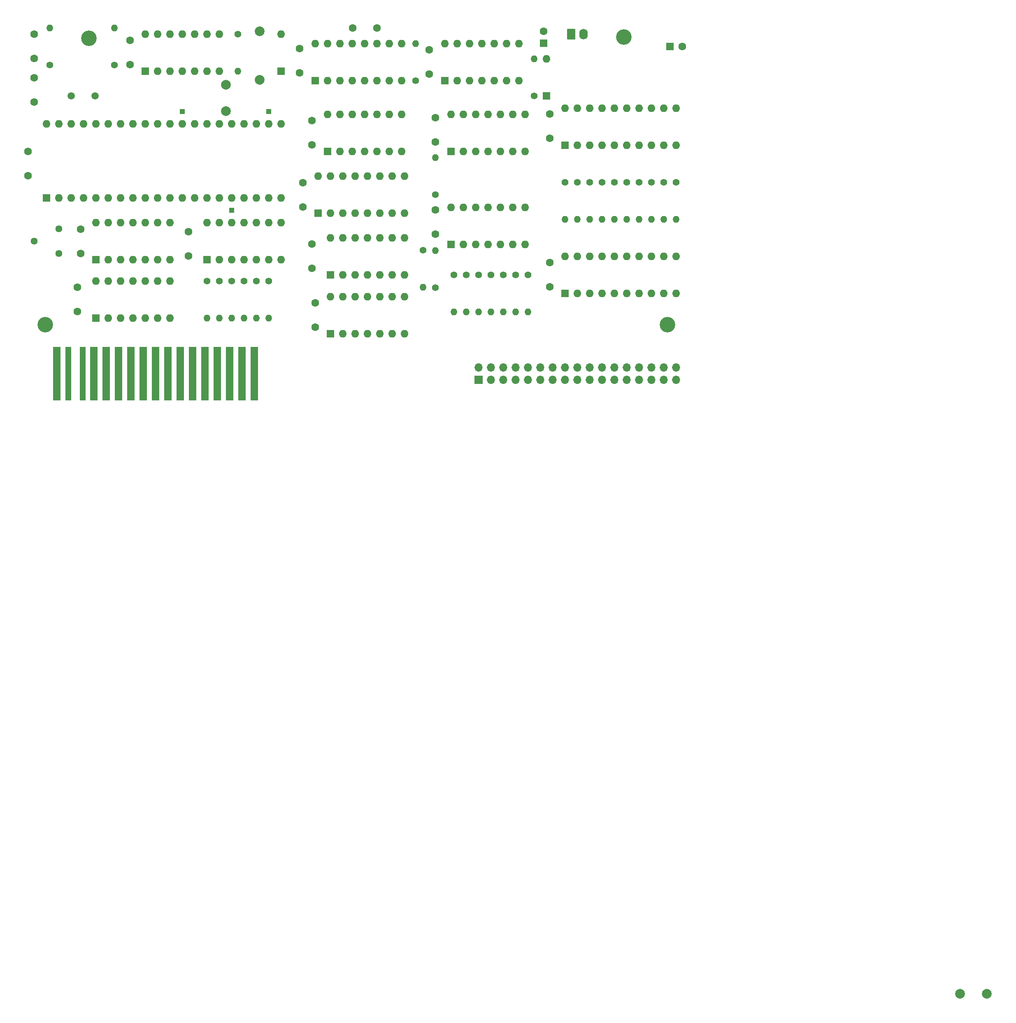
<source format=gbr>
%TF.GenerationSoftware,KiCad,Pcbnew,7.0.9*%
%TF.CreationDate,2024-01-11T00:16:29-03:00*%
%TF.ProjectId,HB-3600_FDC,48422d33-3630-4305-9f46-44432e6b6963,V1.0.0*%
%TF.SameCoordinates,Original*%
%TF.FileFunction,Soldermask,Bot*%
%TF.FilePolarity,Negative*%
%FSLAX46Y46*%
G04 Gerber Fmt 4.6, Leading zero omitted, Abs format (unit mm)*
G04 Created by KiCad (PCBNEW 7.0.9) date 2024-01-11 00:16:29*
%MOMM*%
%LPD*%
G01*
G04 APERTURE LIST*
G04 Aperture macros list*
%AMRoundRect*
0 Rectangle with rounded corners*
0 $1 Rounding radius*
0 $2 $3 $4 $5 $6 $7 $8 $9 X,Y pos of 4 corners*
0 Add a 4 corners polygon primitive as box body*
4,1,4,$2,$3,$4,$5,$6,$7,$8,$9,$2,$3,0*
0 Add four circle primitives for the rounded corners*
1,1,$1+$1,$2,$3*
1,1,$1+$1,$4,$5*
1,1,$1+$1,$6,$7*
1,1,$1+$1,$8,$9*
0 Add four rect primitives between the rounded corners*
20,1,$1+$1,$2,$3,$4,$5,0*
20,1,$1+$1,$4,$5,$6,$7,0*
20,1,$1+$1,$6,$7,$8,$9,0*
20,1,$1+$1,$8,$9,$2,$3,0*%
G04 Aperture macros list end*
%ADD10R,1.600000X1.600000*%
%ADD11O,1.600000X1.600000*%
%ADD12C,3.200000*%
%ADD13C,1.400000*%
%ADD14O,1.400000X1.400000*%
%ADD15R,1.000000X1.000000*%
%ADD16C,1.440000*%
%ADD17C,1.600000*%
%ADD18C,2.000000*%
%ADD19C,1.500000*%
%ADD20RoundRect,0.250000X-0.620000X-0.845000X0.620000X-0.845000X0.620000X0.845000X-0.620000X0.845000X0*%
%ADD21O,1.740000X2.190000*%
%ADD22R,1.600000X11.000000*%
%ADD23R,1.300000X11.000000*%
%ADD24R,1.700000X1.700000*%
%ADD25O,1.700000X1.700000*%
G04 APERTURE END LIST*
D10*
%TO.C,U14*%
X91440000Y-116840000D03*
D11*
X93980000Y-116840000D03*
X96520000Y-116840000D03*
X99060000Y-116840000D03*
X101600000Y-116840000D03*
X104140000Y-116840000D03*
X106680000Y-116840000D03*
X106680000Y-109220000D03*
X104140000Y-109220000D03*
X101600000Y-109220000D03*
X99060000Y-109220000D03*
X96520000Y-109220000D03*
X93980000Y-109220000D03*
X91440000Y-109220000D03*
%TD*%
D10*
%TO.C,U5*%
X139065000Y-82550000D03*
D11*
X141605000Y-82550000D03*
X144145000Y-82550000D03*
X146685000Y-82550000D03*
X149225000Y-82550000D03*
X151765000Y-82550000D03*
X154305000Y-82550000D03*
X154305000Y-74930000D03*
X151765000Y-74930000D03*
X149225000Y-74930000D03*
X146685000Y-74930000D03*
X144145000Y-74930000D03*
X141605000Y-74930000D03*
X139065000Y-74930000D03*
%TD*%
D10*
%TO.C,U12*%
X139700000Y-107950000D03*
D11*
X142240000Y-107950000D03*
X144780000Y-107950000D03*
X147320000Y-107950000D03*
X149860000Y-107950000D03*
X152400000Y-107950000D03*
X154940000Y-107950000D03*
X154940000Y-100330000D03*
X152400000Y-100330000D03*
X149860000Y-100330000D03*
X147320000Y-100330000D03*
X144780000Y-100330000D03*
X142240000Y-100330000D03*
X139700000Y-100330000D03*
%TD*%
D12*
%TO.C,HOLE1*%
X89940000Y-59230000D03*
%TD*%
D13*
%TO.C,R2*%
X95250000Y-64770000D03*
D14*
X95250000Y-57150000D03*
%TD*%
D10*
%TO.C,U3*%
X163195000Y-67945000D03*
D11*
X165735000Y-67945000D03*
X168275000Y-67945000D03*
X170815000Y-67945000D03*
X173355000Y-67945000D03*
X175895000Y-67945000D03*
X178435000Y-67945000D03*
X178435000Y-60325000D03*
X175895000Y-60325000D03*
X173355000Y-60325000D03*
X170815000Y-60325000D03*
X168275000Y-60325000D03*
X165735000Y-60325000D03*
X163195000Y-60325000D03*
%TD*%
D15*
%TO.C,TP3*%
X119380000Y-94615000D03*
%TD*%
D13*
%TO.C,RBD8*%
X205740000Y-88900000D03*
D14*
X205740000Y-96520000D03*
%TD*%
D10*
%TO.C,U2*%
X136525000Y-67945000D03*
D11*
X139065000Y-67945000D03*
X141605000Y-67945000D03*
X144145000Y-67945000D03*
X146685000Y-67945000D03*
X149225000Y-67945000D03*
X151765000Y-67945000D03*
X154305000Y-67945000D03*
X154305000Y-60325000D03*
X151765000Y-60325000D03*
X149225000Y-60325000D03*
X146685000Y-60325000D03*
X144145000Y-60325000D03*
X141605000Y-60325000D03*
X139065000Y-60325000D03*
X136525000Y-60325000D03*
%TD*%
D10*
%TO.C,U9*%
X164465000Y-101625400D03*
D11*
X167005000Y-101625400D03*
X169545000Y-101625400D03*
X172085000Y-101625400D03*
X174625000Y-101625400D03*
X177165000Y-101625400D03*
X179705000Y-101625400D03*
X179705000Y-94005400D03*
X177165000Y-94005400D03*
X174625000Y-94005400D03*
X172085000Y-94005400D03*
X169545000Y-94005400D03*
X167005000Y-94005400D03*
X164465000Y-94005400D03*
%TD*%
D13*
%TO.C,RBC3*%
X170180000Y-107950000D03*
D14*
X170180000Y-115570000D03*
%TD*%
D16*
%TO.C,RV1*%
X83820000Y-98425000D03*
X78740000Y-100965000D03*
X83820000Y-103505000D03*
%TD*%
D13*
%TO.C,RBD5*%
X198120000Y-88900000D03*
D14*
X198120000Y-96520000D03*
%TD*%
D17*
%TO.C,C19*%
X149265000Y-57150000D03*
X144265000Y-57150000D03*
%TD*%
D13*
%TO.C,RBF4*%
X121920000Y-109220000D03*
D14*
X121920000Y-116840000D03*
%TD*%
D13*
%TO.C,RBD3*%
X193040000Y-88900000D03*
D14*
X193040000Y-96520000D03*
%TD*%
D13*
%TO.C,RBD9*%
X208280000Y-88900000D03*
D14*
X208280000Y-96520000D03*
%TD*%
D18*
%TO.C,CV1*%
X269234833Y-255843000D03*
X274734833Y-255843000D03*
%TD*%
%TO.C,CV1*%
X118150000Y-74276400D03*
X118150000Y-68776400D03*
%TD*%
D13*
%TO.C,RBD6*%
X200660000Y-88900000D03*
D14*
X200660000Y-96520000D03*
%TD*%
D17*
%TO.C,C15*%
X136525000Y-113705000D03*
X136525000Y-118705000D03*
%TD*%
D15*
%TO.C,TP2*%
X127000000Y-74295000D03*
%TD*%
D19*
%TO.C,Y1*%
X86360000Y-71120000D03*
X91260000Y-71120000D03*
%TD*%
D13*
%TO.C,R6*%
X161264600Y-91440000D03*
D14*
X161264600Y-83820000D03*
%TD*%
D17*
%TO.C,C12*%
X135890000Y-101600000D03*
X135890000Y-106600000D03*
%TD*%
D13*
%TO.C,RBC2*%
X167640000Y-107950000D03*
D14*
X167640000Y-115570000D03*
%TD*%
D17*
%TO.C,C16*%
X78740000Y-63420000D03*
X78740000Y-58420000D03*
%TD*%
D10*
%TO.C,U10*%
X91440000Y-104775000D03*
D11*
X93980000Y-104775000D03*
X96520000Y-104775000D03*
X99060000Y-104775000D03*
X101600000Y-104775000D03*
X104140000Y-104775000D03*
X106680000Y-104775000D03*
X106680000Y-97155000D03*
X104140000Y-97155000D03*
X101600000Y-97155000D03*
X99060000Y-97155000D03*
X96520000Y-97155000D03*
X93980000Y-97155000D03*
X91440000Y-97155000D03*
%TD*%
D10*
%TO.C,U4*%
X81280000Y-92075000D03*
D11*
X83820000Y-92075000D03*
X86360000Y-92075000D03*
X88900000Y-92075000D03*
X91440000Y-92075000D03*
X93980000Y-92075000D03*
X96520000Y-92075000D03*
X99060000Y-92075000D03*
X101600000Y-92075000D03*
X104140000Y-92075000D03*
X106680000Y-92075000D03*
X109220000Y-92075000D03*
X111760000Y-92075000D03*
X114300000Y-92075000D03*
X116840000Y-92075000D03*
X119380000Y-92075000D03*
X121920000Y-92075000D03*
X124460000Y-92075000D03*
X127000000Y-92075000D03*
X129540000Y-92075000D03*
X129540000Y-76835000D03*
X127000000Y-76835000D03*
X124460000Y-76835000D03*
X121920000Y-76835000D03*
X119380000Y-76835000D03*
X116840000Y-76835000D03*
X114300000Y-76835000D03*
X111760000Y-76835000D03*
X109220000Y-76835000D03*
X106680000Y-76835000D03*
X104140000Y-76835000D03*
X101600000Y-76835000D03*
X99060000Y-76835000D03*
X96520000Y-76835000D03*
X93980000Y-76835000D03*
X91440000Y-76835000D03*
X88900000Y-76835000D03*
X86360000Y-76835000D03*
X83820000Y-76835000D03*
X81280000Y-76835000D03*
%TD*%
D17*
%TO.C,C5*%
X135890000Y-76200000D03*
X135890000Y-81200000D03*
%TD*%
%TO.C,C11*%
X110490000Y-99060000D03*
X110490000Y-104060000D03*
%TD*%
%TO.C,C1*%
X98425000Y-59690000D03*
X98425000Y-64690000D03*
%TD*%
D10*
%TO.C,U7*%
X187960000Y-81280000D03*
D11*
X190500000Y-81280000D03*
X193040000Y-81280000D03*
X195580000Y-81280000D03*
X198120000Y-81280000D03*
X200660000Y-81280000D03*
X203200000Y-81280000D03*
X205740000Y-81280000D03*
X208280000Y-81280000D03*
X210820000Y-81280000D03*
X210820000Y-73660000D03*
X208280000Y-73660000D03*
X205740000Y-73660000D03*
X203200000Y-73660000D03*
X200660000Y-73660000D03*
X198120000Y-73660000D03*
X195580000Y-73660000D03*
X193040000Y-73660000D03*
X190500000Y-73660000D03*
X187960000Y-73660000D03*
%TD*%
D17*
%TO.C,C14*%
X87630000Y-115490000D03*
X87630000Y-110490000D03*
%TD*%
D13*
%TO.C,RBC5*%
X175260000Y-107950000D03*
D14*
X175260000Y-115570000D03*
%TD*%
D10*
%TO.C,U11*%
X114300000Y-104775000D03*
D11*
X116840000Y-104775000D03*
X119380000Y-104775000D03*
X121920000Y-104775000D03*
X124460000Y-104775000D03*
X127000000Y-104775000D03*
X129540000Y-104775000D03*
X129540000Y-97155000D03*
X127000000Y-97155000D03*
X124460000Y-97155000D03*
X121920000Y-97155000D03*
X119380000Y-97155000D03*
X116840000Y-97155000D03*
X114300000Y-97155000D03*
%TD*%
D10*
%TO.C,D1*%
X129540000Y-66040000D03*
D11*
X129540000Y-58420000D03*
%TD*%
D13*
%TO.C,RBF5*%
X124460000Y-109220000D03*
D14*
X124460000Y-116840000D03*
%TD*%
D11*
%TO.C,U13*%
X187960000Y-104114600D03*
X190500000Y-104114600D03*
X193040000Y-104114600D03*
X195580000Y-104114600D03*
X198120000Y-104114600D03*
X200660000Y-104114600D03*
X203200000Y-104114600D03*
X205740000Y-104114600D03*
X208280000Y-104114600D03*
X210820000Y-104114600D03*
X210820000Y-111734600D03*
X208280000Y-111734600D03*
X205740000Y-111734600D03*
X203200000Y-111734600D03*
X200660000Y-111734600D03*
X198120000Y-111734600D03*
X195580000Y-111734600D03*
X193040000Y-111734600D03*
X190500000Y-111734600D03*
D10*
X187960000Y-111734600D03*
%TD*%
D13*
%TO.C,R7*%
X158750000Y-102870000D03*
D14*
X158750000Y-110490000D03*
%TD*%
D13*
%TO.C,RBD4*%
X195580000Y-88900000D03*
D14*
X195580000Y-96520000D03*
%TD*%
D13*
%TO.C,RBF6*%
X127000000Y-109220000D03*
D14*
X127000000Y-116840000D03*
%TD*%
D10*
%TO.C,C21*%
X209550000Y-60960000D03*
D17*
X212050000Y-60960000D03*
%TD*%
D13*
%TO.C,RBF1*%
X114300000Y-109220000D03*
D14*
X114300000Y-116840000D03*
%TD*%
D20*
%TO.C,CN3*%
X189230000Y-58420000D03*
D21*
X191770000Y-58420000D03*
%TD*%
D13*
%TO.C,R4*%
X157226000Y-67945000D03*
D14*
X157226000Y-60325000D03*
%TD*%
D15*
%TO.C,TP1*%
X109220000Y-74295000D03*
%TD*%
D13*
%TO.C,RBD2*%
X190500000Y-88900000D03*
D14*
X190500000Y-96520000D03*
%TD*%
D17*
%TO.C,C8*%
X133985000Y-88940000D03*
X133985000Y-93940000D03*
%TD*%
D12*
%TO.C,HOLE2*%
X208991200Y-118180000D03*
%TD*%
D13*
%TO.C,RBC4*%
X172720000Y-107950000D03*
D14*
X172720000Y-115570000D03*
%TD*%
D17*
%TO.C,C7*%
X184785000Y-74853800D03*
X184785000Y-79853800D03*
%TD*%
D13*
%TO.C,RBC6*%
X177800000Y-107950000D03*
D14*
X177800000Y-115570000D03*
%TD*%
D13*
%TO.C,RBD1*%
X187960000Y-88900000D03*
D14*
X187960000Y-96520000D03*
%TD*%
D10*
%TO.C,D2*%
X184150000Y-71120000D03*
D11*
X184150000Y-63500000D03*
%TD*%
D10*
%TO.C,U1*%
X101600000Y-66040000D03*
D11*
X104140000Y-66040000D03*
X106680000Y-66040000D03*
X109220000Y-66040000D03*
X111760000Y-66040000D03*
X114300000Y-66040000D03*
X116840000Y-66040000D03*
X116840000Y-58420000D03*
X114300000Y-58420000D03*
X111760000Y-58420000D03*
X109220000Y-58420000D03*
X106680000Y-58420000D03*
X104140000Y-58420000D03*
X101600000Y-58420000D03*
%TD*%
D13*
%TO.C,R8*%
X161290000Y-110515400D03*
D14*
X161290000Y-102895400D03*
%TD*%
D12*
%TO.C,HOLE3*%
X200012700Y-58953900D03*
%TD*%
D13*
%TO.C,RBD7*%
X203200000Y-88900000D03*
D14*
X203200000Y-96520000D03*
%TD*%
D10*
%TO.C,U6*%
X164465000Y-82550000D03*
D11*
X167005000Y-82550000D03*
X169545000Y-82550000D03*
X172085000Y-82550000D03*
X174625000Y-82550000D03*
X177165000Y-82550000D03*
X179705000Y-82550000D03*
X179705000Y-74930000D03*
X177165000Y-74930000D03*
X174625000Y-74930000D03*
X172085000Y-74930000D03*
X169545000Y-74930000D03*
X167005000Y-74930000D03*
X164465000Y-74930000D03*
%TD*%
D17*
%TO.C,C2*%
X133350000Y-61391800D03*
X133350000Y-66391800D03*
%TD*%
D13*
%TO.C,RBC1*%
X165074600Y-107950000D03*
D14*
X165074600Y-115570000D03*
%TD*%
D10*
%TO.C,U15*%
X139700000Y-120015000D03*
D11*
X142240000Y-120015000D03*
X144780000Y-120015000D03*
X147320000Y-120015000D03*
X149860000Y-120015000D03*
X152400000Y-120015000D03*
X154940000Y-120015000D03*
X154940000Y-112395000D03*
X152400000Y-112395000D03*
X149860000Y-112395000D03*
X147320000Y-112395000D03*
X144780000Y-112395000D03*
X142240000Y-112395000D03*
X139700000Y-112395000D03*
%TD*%
D17*
%TO.C,C10*%
X88265000Y-98505000D03*
X88265000Y-103505000D03*
%TD*%
D18*
%TO.C,C18*%
X125095000Y-57785000D03*
X125095000Y-67785000D03*
%TD*%
D13*
%TO.C,R5*%
X181610000Y-71120000D03*
D14*
X181610000Y-63500000D03*
%TD*%
D22*
%TO.C,CN2*%
X83375500Y-128270000D03*
D23*
X85725000Y-128257300D03*
X88709500Y-128270000D03*
D22*
X90995500Y-128270000D03*
X93535500Y-128270000D03*
X96075500Y-128270000D03*
X98615500Y-128270000D03*
X101155500Y-128270000D03*
X103695500Y-128270000D03*
X106235500Y-128270000D03*
X108775500Y-128270000D03*
X111315500Y-128270000D03*
X113855500Y-128270000D03*
X116395500Y-128270000D03*
X118935500Y-128270000D03*
X121475500Y-128270000D03*
X124015500Y-128270000D03*
%TD*%
D13*
%TO.C,R1*%
X81915000Y-64770000D03*
D14*
X81915000Y-57150000D03*
%TD*%
D17*
%TO.C,C17*%
X78740000Y-72390000D03*
X78740000Y-67390000D03*
%TD*%
%TO.C,C4*%
X77470000Y-82550000D03*
X77470000Y-87550000D03*
%TD*%
D13*
%TO.C,RBC7*%
X180340000Y-107950000D03*
D14*
X180340000Y-115570000D03*
%TD*%
D10*
%TO.C,U8*%
X137160000Y-95250000D03*
D11*
X139700000Y-95250000D03*
X142240000Y-95250000D03*
X144780000Y-95250000D03*
X147320000Y-95250000D03*
X149860000Y-95250000D03*
X152400000Y-95250000D03*
X154940000Y-95250000D03*
X154940000Y-87630000D03*
X152400000Y-87630000D03*
X149860000Y-87630000D03*
X147320000Y-87630000D03*
X144780000Y-87630000D03*
X142240000Y-87630000D03*
X139700000Y-87630000D03*
X137160000Y-87630000D03*
%TD*%
D13*
%TO.C,RBF3*%
X119380000Y-109220000D03*
D14*
X119380000Y-116840000D03*
%TD*%
D13*
%TO.C,RBD10*%
X210820000Y-88900000D03*
D14*
X210820000Y-96520000D03*
%TD*%
D13*
%TO.C,R3*%
X120650000Y-58420000D03*
D14*
X120650000Y-66040000D03*
%TD*%
D17*
%TO.C,C6*%
X161290000Y-75565000D03*
X161290000Y-80565000D03*
%TD*%
D12*
%TO.C,HOLE4*%
X80975200Y-118200000D03*
%TD*%
D17*
%TO.C,C9*%
X161264600Y-94589600D03*
X161264600Y-99589600D03*
%TD*%
D24*
%TO.C,CN1*%
X170180000Y-129540000D03*
D25*
X170180000Y-127000000D03*
X172720000Y-129540000D03*
X172720000Y-127000000D03*
X175260000Y-129540000D03*
X175260000Y-127000000D03*
X177800000Y-129540000D03*
X177800000Y-127000000D03*
X180340000Y-129540000D03*
X180340000Y-127000000D03*
X182880000Y-129540000D03*
X182880000Y-127000000D03*
X185420000Y-129540000D03*
X185420000Y-127000000D03*
X187960000Y-129540000D03*
X187960000Y-127000000D03*
X190500000Y-129540000D03*
X190500000Y-127000000D03*
X193040000Y-129540000D03*
X193040000Y-127000000D03*
X195580000Y-129540000D03*
X195580000Y-127000000D03*
X198120000Y-129540000D03*
X198120000Y-127000000D03*
X200660000Y-129540000D03*
X200660000Y-127000000D03*
X203200000Y-129540000D03*
X203200000Y-127000000D03*
X205740000Y-129540000D03*
X205740000Y-127000000D03*
X208280000Y-129540000D03*
X208280000Y-127000000D03*
X210820000Y-129540000D03*
X210820000Y-127000000D03*
%TD*%
D10*
%TO.C,C20*%
X183515000Y-60285000D03*
D17*
X183515000Y-57785000D03*
%TD*%
%TO.C,C13*%
X184785000Y-105410000D03*
X184785000Y-110410000D03*
%TD*%
D13*
%TO.C,RBF2*%
X116840000Y-109220000D03*
D14*
X116840000Y-116840000D03*
%TD*%
D17*
%TO.C,C3*%
X160020000Y-61595000D03*
X160020000Y-66595000D03*
%TD*%
M02*

</source>
